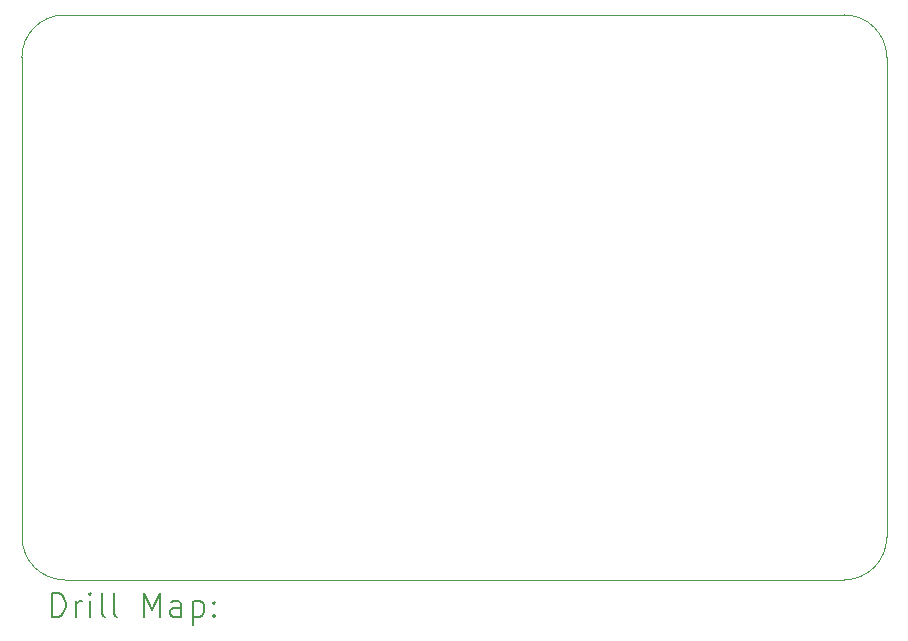
<source format=gbr>
%TF.GenerationSoftware,KiCad,Pcbnew,(6.0.9)*%
%TF.CreationDate,2024-01-01T16:13:23-07:00*%
%TF.ProjectId,Birds Nest,42697264-7320-44e6-9573-742e6b696361,rev?*%
%TF.SameCoordinates,Original*%
%TF.FileFunction,Drillmap*%
%TF.FilePolarity,Positive*%
%FSLAX45Y45*%
G04 Gerber Fmt 4.5, Leading zero omitted, Abs format (unit mm)*
G04 Created by KiCad (PCBNEW (6.0.9)) date 2024-01-01 16:13:23*
%MOMM*%
%LPD*%
G01*
G04 APERTURE LIST*
%ADD10C,0.038100*%
%ADD11C,0.200000*%
G04 APERTURE END LIST*
D10*
X11430000Y-6752790D02*
G75*
G03*
X11176000Y-6858000I0J-359210D01*
G01*
X11431875Y-11534929D02*
X18034000Y-11534725D01*
X11176000Y-6858000D02*
G75*
G03*
X11070790Y-7112000I254000J-254000D01*
G01*
X18393210Y-7112000D02*
X18392725Y-11176000D01*
X11072664Y-11175719D02*
G75*
G03*
X11177875Y-11429718I359206J-2D01*
G01*
X18288000Y-6858000D02*
G75*
G03*
X18034000Y-6752790I-254000J-254000D01*
G01*
X18034000Y-11534725D02*
G75*
G03*
X18392725Y-11176000I0J358725D01*
G01*
X18393210Y-7112000D02*
G75*
G03*
X18288000Y-6858000I-359210J0D01*
G01*
X11070790Y-7112000D02*
X11072665Y-11175719D01*
X11177873Y-11429721D02*
G75*
G03*
X11431875Y-11534929I253997J254001D01*
G01*
X18034000Y-6752790D02*
X11430000Y-6752790D01*
D11*
X11326504Y-11847310D02*
X11326504Y-11647310D01*
X11374123Y-11647310D01*
X11402694Y-11656834D01*
X11421742Y-11675881D01*
X11431266Y-11694929D01*
X11440789Y-11733024D01*
X11440789Y-11761596D01*
X11431266Y-11799691D01*
X11421742Y-11818738D01*
X11402694Y-11837786D01*
X11374123Y-11847310D01*
X11326504Y-11847310D01*
X11526504Y-11847310D02*
X11526504Y-11713976D01*
X11526504Y-11752072D02*
X11536028Y-11733024D01*
X11545551Y-11723500D01*
X11564599Y-11713976D01*
X11583647Y-11713976D01*
X11650313Y-11847310D02*
X11650313Y-11713976D01*
X11650313Y-11647310D02*
X11640789Y-11656834D01*
X11650313Y-11666357D01*
X11659837Y-11656834D01*
X11650313Y-11647310D01*
X11650313Y-11666357D01*
X11774123Y-11847310D02*
X11755075Y-11837786D01*
X11745551Y-11818738D01*
X11745551Y-11647310D01*
X11878885Y-11847310D02*
X11859837Y-11837786D01*
X11850313Y-11818738D01*
X11850313Y-11647310D01*
X12107456Y-11847310D02*
X12107456Y-11647310D01*
X12174123Y-11790167D01*
X12240789Y-11647310D01*
X12240789Y-11847310D01*
X12421742Y-11847310D02*
X12421742Y-11742548D01*
X12412218Y-11723500D01*
X12393170Y-11713976D01*
X12355075Y-11713976D01*
X12336028Y-11723500D01*
X12421742Y-11837786D02*
X12402694Y-11847310D01*
X12355075Y-11847310D01*
X12336028Y-11837786D01*
X12326504Y-11818738D01*
X12326504Y-11799691D01*
X12336028Y-11780643D01*
X12355075Y-11771119D01*
X12402694Y-11771119D01*
X12421742Y-11761596D01*
X12516980Y-11713976D02*
X12516980Y-11913976D01*
X12516980Y-11723500D02*
X12536028Y-11713976D01*
X12574123Y-11713976D01*
X12593170Y-11723500D01*
X12602694Y-11733024D01*
X12612218Y-11752072D01*
X12612218Y-11809215D01*
X12602694Y-11828262D01*
X12593170Y-11837786D01*
X12574123Y-11847310D01*
X12536028Y-11847310D01*
X12516980Y-11837786D01*
X12697932Y-11828262D02*
X12707456Y-11837786D01*
X12697932Y-11847310D01*
X12688409Y-11837786D01*
X12697932Y-11828262D01*
X12697932Y-11847310D01*
X12697932Y-11723500D02*
X12707456Y-11733024D01*
X12697932Y-11742548D01*
X12688409Y-11733024D01*
X12697932Y-11723500D01*
X12697932Y-11742548D01*
M02*

</source>
